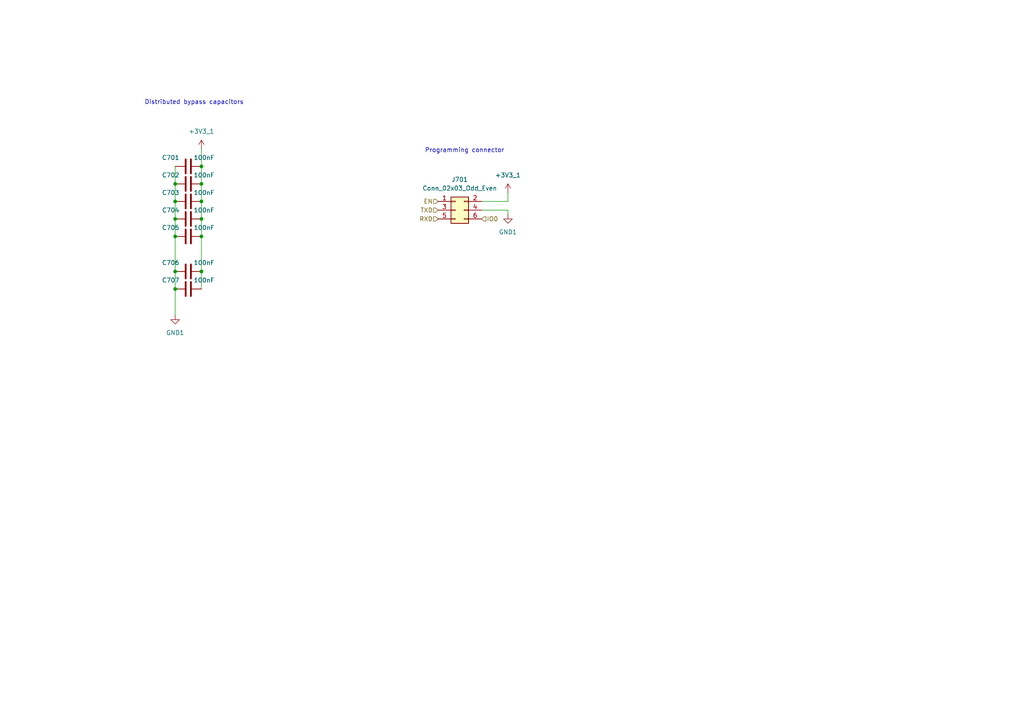
<source format=kicad_sch>
(kicad_sch (version 20211123) (generator eeschema)
  (paper "A4")
  (title_block (title "SH-wg") (date "2022-01-25") (rev "0.1.0"))
  (lib_symbols
    (symbol "Connector_Generic:Conn_02x03_Odd_Even" (pin_names (offset 1.016) hide)
      (property "Reference" "J" (at 1.27 5.08 0))
      (property "Value" "Conn_02x03_Odd_Even" (at 1.27 -5.08 0))
      (symbol "Conn_02x03_Odd_Even_1_1"
        (rectangle (start -1.27 -2.413) (end 0 -2.667) (stroke (width 0.1524)))
        (rectangle (start -1.27 0.127) (end 0 -0.127) (stroke (width 0.1524)))
        (rectangle (start -1.27 2.667) (end 0 2.413) (stroke (width 0.1524)))
        (rectangle (start -1.27 3.81) (end 3.81 -3.81) (stroke (width 0.254)) (fill (type background)))
        (rectangle (start 3.81 -2.413) (end 2.54 -2.667) (stroke (width 0.1524)))
        (rectangle (start 3.81 0.127) (end 2.54 -0.127) (stroke (width 0.1524)))
        (rectangle (start 3.81 2.667) (end 2.54 2.413) (stroke (width 0.1524)))
        (pin passive line (at -5.08 2.54 0) (length 3.81) (name "Pin_1") (number "1"))
        (pin passive line (at 7.62 2.54 180) (length 3.81) (name "Pin_2") (number "2"))
        (pin passive line (at -5.08 0 0) (length 3.81) (name "Pin_3") (number "3"))
        (pin passive line (at 7.62 0 180) (length 3.81) (name "Pin_4") (number "4"))
        (pin passive line (at -5.08 -2.54 0) (length 3.81) (name "Pin_5") (number "5"))
        (pin passive line (at 7.62 -2.54 180) (length 3.81) (name "Pin_6") (number "6"))
      )
    )
    (symbol "Device:C" (pin_numbers hide) (pin_names (offset 0.254))
      (property "Reference" "C" (at 0.635 2.54 0))
      (property "Value" "C" (at 0.635 -2.54 0))
      (symbol "C_0_1"
        (polyline (pts (xy -2.032 -0.762) (xy 2.032 -0.762)) (stroke (width 0.508)))
        (polyline (pts (xy -2.032 0.762) (xy 2.032 0.762)) (stroke (width 0.508)))
      )
      (symbol "C_1_1"
        (pin passive line (at 0 3.81 270) (length 2.794) (name "~") (number "1"))
        (pin passive line (at 0 -3.81 90) (length 2.794) (name "~") (number "2"))
      )
    )
    (symbol "SH-ESP32-mini:+3V3_1" (power) (pin_names (offset 0))
      (property "Value" "+3V3_1" (at 0 3.556 0))
      (symbol "+3V3_1_0_1"
        (polyline (pts (xy -0.762 1.27) (xy 0 2.54)))
        (polyline (pts (xy 0 0) (xy 0 2.54)))
        (polyline (pts (xy 0 2.54) (xy 0.762 1.27)))
      )
      (symbol "+3V3_1_1_1"
        (pin power_in line (at 0 0 90) (length 0) hide (name "+3V3_1") (number "1"))
      )
    )
    (symbol "power:GND1" (power) (pin_names (offset 0))
      (property "Value" "GND1" (at 0 -3.81 0))
      (symbol "GND1_0_1"
        (polyline (pts (xy 0 0) (xy 0 -1.27) (xy 1.27 -1.27) (xy 0 -2.54) (xy -1.27 -1.27) (xy 0 -1.27)))
      )
      (symbol "GND1_1_1"
        (pin power_in line (at 0 0 270) (length 0) hide (name "GND1") (number "1"))
      )
    )
  )
  (junction (at 50.8 63.5))
  (junction (at 50.8 68.58))
  (junction (at 50.8 58.42))
  (junction (at 58.42 48.26))
  (junction (at 58.42 53.34))
  (junction (at 58.42 68.58))
  (junction (at 50.8 78.74))
  (junction (at 50.8 83.82))
  (junction (at 58.42 78.74))
  (junction (at 50.8 53.34))
  (junction (at 58.42 63.5))
  (junction (at 58.42 58.42))
  (wire (pts (xy 50.8 58.42) (xy 50.8 63.5)))
  (wire (pts (xy 58.42 53.34) (xy 58.42 48.26)))
  (wire (pts (xy 139.7 58.42) (xy 147.32 58.42)))
  (wire (pts (xy 58.42 68.58) (xy 58.42 78.74)))
  (wire (pts (xy 58.42 68.58) (xy 58.42 63.5)))
  (wire (pts (xy 50.8 48.26) (xy 50.8 53.34)))
  (wire (pts (xy 58.42 58.42) (xy 58.42 53.34)))
  (wire (pts (xy 50.8 53.34) (xy 50.8 58.42)))
  (wire (pts (xy 58.42 48.26) (xy 58.42 43.18)))
  (wire (pts (xy 147.32 58.42) (xy 147.32 55.88)))
  (wire (pts (xy 58.42 83.82) (xy 58.42 78.74)))
  (wire (pts (xy 50.8 78.74) (xy 50.8 83.82)))
  (wire (pts (xy 50.8 83.82) (xy 50.8 91.44)))
  (wire (pts (xy 50.8 63.5) (xy 50.8 68.58)))
  (wire (pts (xy 147.32 60.96) (xy 139.7 60.96)))
  (wire (pts (xy 58.42 63.5) (xy 58.42 58.42)))
  (wire (pts (xy 50.8 68.58) (xy 50.8 78.74)))
  (wire (pts (xy 147.32 62.23) (xy 147.32 60.96)))
  (text "Programming connector" (at 123.19 44.45 0) (effects (font (size 1.27 1.27)) (justify left bottom)))
  (text "Distributed bypass capacitors" (at 41.91 30.48 0) (effects (font (size 1.27 1.27)) (justify left bottom)))
  (hierarchical_label "TXD" (shape input) (at 127 60.96 180))
  (hierarchical_label "RXD" (shape input) (at 127 63.5 180))
  (hierarchical_label "IO0" (shape input) (at 139.7 63.5 0))
  (hierarchical_label "EN" (shape input) (at 127 58.42 180))
  (symbol (lib_id "Device:C") (at 54.61 68.58 90) (mirror x) (unit 1)
    (property "Reference" "C705" (at 52.07 66.04 90) (effects (justify left)))
    (property "Value" "100nF" (at 62.23 66.04 90) (effects (justify left)))
    (property "Footprint" "Capacitor_SMD:C_0402_1005Metric" (effects hide))
    (property "LCSC" "C1525" (effects hide))
  )
  (symbol (lib_id "Device:C") (at 54.61 48.26 90) (mirror x) (unit 1)
    (property "Reference" "C701" (at 52.07 45.72 90) (effects (justify left)))
    (property "Value" "100nF" (at 62.23 45.72 90) (effects (justify left)))
    (property "Footprint" "Capacitor_SMD:C_0402_1005Metric" (effects hide))
    (property "LCSC" "C1525" (effects hide))
  )
  (symbol (lib_id "Device:C") (at 54.61 83.82 90) (mirror x) (unit 1)
    (property "Reference" "C707" (at 52.07 81.28 90) (effects (justify left)))
    (property "Value" "100nF" (at 62.23 81.28 90) (effects (justify left)))
    (property "Footprint" "Capacitor_SMD:C_0402_1005Metric" (effects hide))
    (property "LCSC" "C1525" (effects hide))
  )
  (symbol (lib_id "Device:C") (at 54.61 63.5 90) (mirror x) (unit 1)
    (property "Reference" "C704" (at 52.07 60.96 90) (effects (justify left)))
    (property "Value" "100nF" (at 62.23 60.96 90) (effects (justify left)))
    (property "Footprint" "Capacitor_SMD:C_0402_1005Metric" (effects hide))
    (property "LCSC" "C1525" (effects hide))
  )
  (symbol (lib_id "Device:C") (at 54.61 58.42 90) (mirror x) (unit 1)
    (property "Reference" "C703" (at 52.07 55.88 90) (effects (justify left)))
    (property "Value" "100nF" (at 62.23 55.88 90) (effects (justify left)))
    (property "Footprint" "Capacitor_SMD:C_0402_1005Metric" (effects hide))
    (property "LCSC" "C1525" (effects hide))
  )
  (symbol (lib_id "power:GND1") (at 147.32 62.23 0) (unit 1)
    (property "Reference" "#PWR0704" (effects hide))
    (property "Value" "GND1" (at 147.32 67.31 0))
  )
  (symbol (lib_id "Device:C") (at 54.61 53.34 90) (mirror x) (unit 1)
    (property "Reference" "C702" (at 52.07 50.8 90) (effects (justify left)))
    (property "Value" "100nF" (at 62.23 50.8 90) (effects (justify left)))
    (property "Footprint" "Capacitor_SMD:C_0402_1005Metric" (effects hide))
    (property "LCSC" "C1525" (effects hide))
  )
  (symbol (lib_id "Connector_Generic:Conn_02x03_Odd_Even") (at 132.08 60.96 0) (unit 1)
    (property "Reference" "J701" (at 133.35 52.07 0))
    (property "Value" "Conn_02x03_Odd_Even" (at 133.35 54.61 0))
    (property "Footprint" "Connector_PinHeader_2.54mm:PinHeader_2x03_P2.54mm_Vertical" (effects hide))
  )
  (symbol (lib_id "SH-ESP32-mini:+3V3_1") (at 147.32 55.88 0) (unit 1)
    (property "Reference" "#PWR0703" (effects hide))
    (property "Value" "+3V3_1" (at 147.32 50.8 0))
  )
  (symbol (lib_id "SH-ESP32-mini:+3V3_1") (at 58.42 43.18 0) (unit 1)
    (property "Reference" "#PWR0702" (effects hide))
    (property "Value" "+3V3_1" (at 58.42 38.1 0))
  )
  (symbol (lib_id "Device:C") (at 54.61 78.74 90) (mirror x) (unit 1)
    (property "Reference" "C706" (at 52.07 76.2 90) (effects (justify left)))
    (property "Value" "100nF" (at 62.23 76.2 90) (effects (justify left)))
    (property "Footprint" "Capacitor_SMD:C_0402_1005Metric" (effects hide))
    (property "LCSC" "C1525" (effects hide))
  )
  (symbol (lib_id "power:GND1") (at 50.8 91.44 0) (unit 1)
    (property "Reference" "#PWR0701" (effects hide))
    (property "Value" "GND1" (at 50.8 96.52 0))
  )
)
</source>
